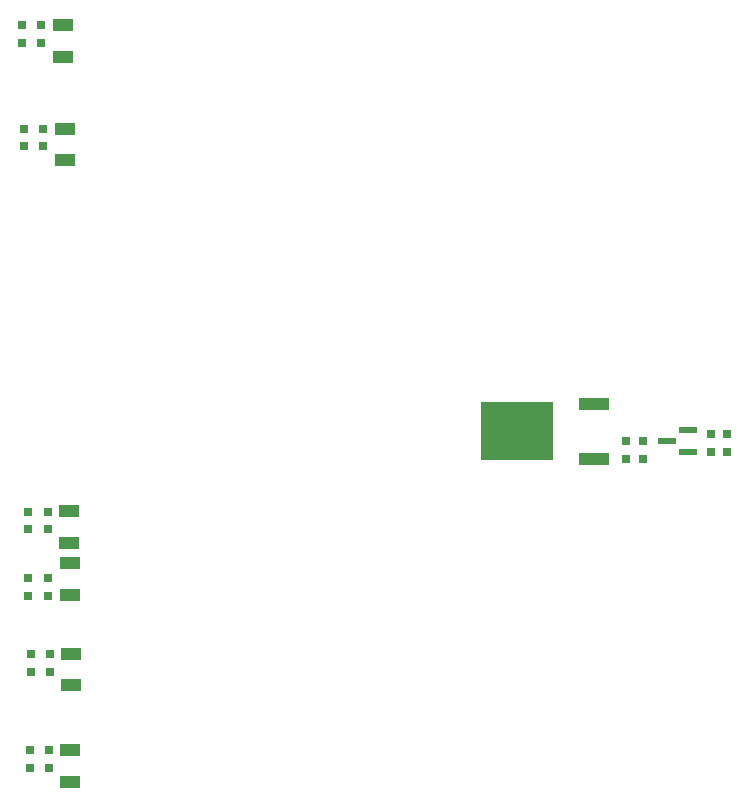
<source format=gbr>
G04 Layer_Color=8421504*
%FSLAX45Y45*%
%MOMM*%
%TF.FileFunction,Paste,Top*%
%TF.Part,Single*%
G01*
G75*
%TA.AperFunction,SMDPad,CuDef*%
%ADD10R,0.75000X0.80000*%
%ADD11R,1.60000X0.60000*%
%ADD12R,6.20000X4.90000*%
%ADD13R,2.60000X1.00000*%
%ADD14R,1.70000X1.10000*%
D10*
X7045000Y4607500D02*
D03*
Y4757500D02*
D03*
X6902500Y4607500D02*
D03*
Y4757501D02*
D03*
X6327499Y4552500D02*
D03*
Y4702500D02*
D03*
X6187499D02*
D03*
X6187499Y4552500D02*
D03*
X1137500Y1932500D02*
D03*
Y2082500D02*
D03*
X1301057Y1932019D02*
D03*
X1301057Y2082019D02*
D03*
X1144999Y2750000D02*
D03*
X1144999Y2900000D02*
D03*
X1307499Y2750000D02*
D03*
Y2900000D02*
D03*
X1127499Y3952500D02*
D03*
X1127499Y4102500D02*
D03*
X1289999Y3952500D02*
D03*
X1289999Y4102501D02*
D03*
X1127499Y3392500D02*
D03*
X1127499Y3542500D02*
D03*
X1290000Y3392500D02*
D03*
Y3542500D02*
D03*
X1087500Y7197500D02*
D03*
X1087500Y7347500D02*
D03*
X1250001Y7197500D02*
D03*
X1250000Y7347500D02*
D03*
X1074999Y8070000D02*
D03*
X1074999Y8220000D02*
D03*
X1237499Y8070000D02*
D03*
X1237499Y8220000D02*
D03*
D11*
X6710000Y4607500D02*
D03*
Y4797500D02*
D03*
X6529999Y4702500D02*
D03*
D12*
X5267499Y4782500D02*
D03*
D13*
X5917499Y5012500D02*
D03*
Y4552500D02*
D03*
D14*
X1482500Y2082500D02*
D03*
Y1812500D02*
D03*
X1487499Y2902500D02*
D03*
Y2632500D02*
D03*
X1474999Y3665000D02*
D03*
Y3395000D02*
D03*
X1472499Y4105000D02*
D03*
Y3835000D02*
D03*
X1432501Y7347500D02*
D03*
Y7077500D02*
D03*
X1419999Y8220000D02*
D03*
Y7950001D02*
D03*
%TF.MD5,bc9e72bb84517a2c250e2c5bb397a9f6*%
M02*

</source>
